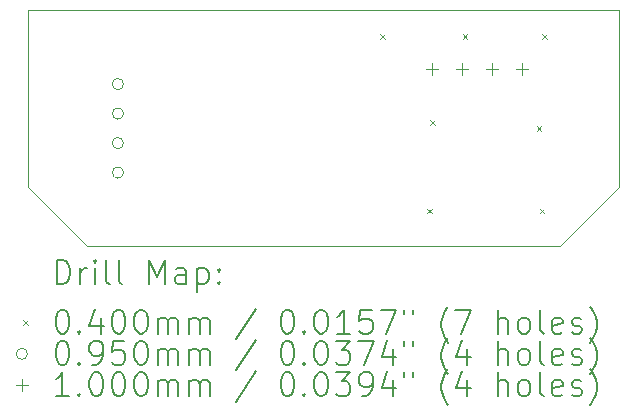
<source format=gbr>
%TF.GenerationSoftware,KiCad,Pcbnew,7.0.2*%
%TF.CreationDate,2023-06-05T15:14:47+09:00*%
%TF.ProjectId,sync,73796e63-2e6b-4696-9361-645f70636258,rev?*%
%TF.SameCoordinates,PX3473bc0PY4c4b400*%
%TF.FileFunction,Drillmap*%
%TF.FilePolarity,Positive*%
%FSLAX45Y45*%
G04 Gerber Fmt 4.5, Leading zero omitted, Abs format (unit mm)*
G04 Created by KiCad (PCBNEW 7.0.2) date 2023-06-05 15:14:47*
%MOMM*%
%LPD*%
G01*
G04 APERTURE LIST*
%ADD10C,0.100000*%
%ADD11C,0.200000*%
%ADD12C,0.040000*%
%ADD13C,0.095000*%
G04 APERTURE END LIST*
D10*
X5000000Y500000D02*
X4500000Y0D01*
X500000Y0D01*
X0Y500000D01*
X0Y2000000D01*
X5000000Y2000000D01*
X5000000Y500000D01*
D11*
D12*
X2980000Y1795000D02*
X3020000Y1755000D01*
X3020000Y1795000D02*
X2980000Y1755000D01*
X3380000Y320000D02*
X3420000Y280000D01*
X3420000Y320000D02*
X3380000Y280000D01*
X3405000Y1070000D02*
X3445000Y1030000D01*
X3445000Y1070000D02*
X3405000Y1030000D01*
X3680000Y1795000D02*
X3720000Y1755000D01*
X3720000Y1795000D02*
X3680000Y1755000D01*
X4305000Y1020000D02*
X4345000Y980000D01*
X4345000Y1020000D02*
X4305000Y980000D01*
X4330000Y320000D02*
X4370000Y280000D01*
X4370000Y320000D02*
X4330000Y280000D01*
X4355000Y1795000D02*
X4395000Y1755000D01*
X4395000Y1795000D02*
X4355000Y1755000D01*
D13*
X807500Y1375000D02*
G75*
G03*
X807500Y1375000I-47500J0D01*
G01*
X807500Y1125000D02*
G75*
G03*
X807500Y1125000I-47500J0D01*
G01*
X807500Y875000D02*
G75*
G03*
X807500Y875000I-47500J0D01*
G01*
X807500Y625000D02*
G75*
G03*
X807500Y625000I-47500J0D01*
G01*
D10*
X3418000Y1550000D02*
X3418000Y1450000D01*
X3368000Y1500000D02*
X3468000Y1500000D01*
X3672000Y1550000D02*
X3672000Y1450000D01*
X3622000Y1500000D02*
X3722000Y1500000D01*
X3926000Y1550000D02*
X3926000Y1450000D01*
X3876000Y1500000D02*
X3976000Y1500000D01*
X4180000Y1550000D02*
X4180000Y1450000D01*
X4130000Y1500000D02*
X4230000Y1500000D01*
D11*
X242619Y-317524D02*
X242619Y-117524D01*
X242619Y-117524D02*
X290238Y-117524D01*
X290238Y-117524D02*
X318810Y-127048D01*
X318810Y-127048D02*
X337857Y-146095D01*
X337857Y-146095D02*
X347381Y-165143D01*
X347381Y-165143D02*
X356905Y-203238D01*
X356905Y-203238D02*
X356905Y-231809D01*
X356905Y-231809D02*
X347381Y-269905D01*
X347381Y-269905D02*
X337857Y-288952D01*
X337857Y-288952D02*
X318810Y-308000D01*
X318810Y-308000D02*
X290238Y-317524D01*
X290238Y-317524D02*
X242619Y-317524D01*
X442619Y-317524D02*
X442619Y-184190D01*
X442619Y-222286D02*
X452143Y-203238D01*
X452143Y-203238D02*
X461667Y-193714D01*
X461667Y-193714D02*
X480714Y-184190D01*
X480714Y-184190D02*
X499762Y-184190D01*
X566429Y-317524D02*
X566429Y-184190D01*
X566429Y-117524D02*
X556905Y-127048D01*
X556905Y-127048D02*
X566429Y-136571D01*
X566429Y-136571D02*
X575952Y-127048D01*
X575952Y-127048D02*
X566429Y-117524D01*
X566429Y-117524D02*
X566429Y-136571D01*
X690238Y-317524D02*
X671190Y-308000D01*
X671190Y-308000D02*
X661667Y-288952D01*
X661667Y-288952D02*
X661667Y-117524D01*
X795000Y-317524D02*
X775952Y-308000D01*
X775952Y-308000D02*
X766428Y-288952D01*
X766428Y-288952D02*
X766428Y-117524D01*
X1023571Y-317524D02*
X1023571Y-117524D01*
X1023571Y-117524D02*
X1090238Y-260381D01*
X1090238Y-260381D02*
X1156905Y-117524D01*
X1156905Y-117524D02*
X1156905Y-317524D01*
X1337857Y-317524D02*
X1337857Y-212762D01*
X1337857Y-212762D02*
X1328333Y-193714D01*
X1328333Y-193714D02*
X1309286Y-184190D01*
X1309286Y-184190D02*
X1271190Y-184190D01*
X1271190Y-184190D02*
X1252143Y-193714D01*
X1337857Y-308000D02*
X1318810Y-317524D01*
X1318810Y-317524D02*
X1271190Y-317524D01*
X1271190Y-317524D02*
X1252143Y-308000D01*
X1252143Y-308000D02*
X1242619Y-288952D01*
X1242619Y-288952D02*
X1242619Y-269905D01*
X1242619Y-269905D02*
X1252143Y-250857D01*
X1252143Y-250857D02*
X1271190Y-241333D01*
X1271190Y-241333D02*
X1318810Y-241333D01*
X1318810Y-241333D02*
X1337857Y-231809D01*
X1433095Y-184190D02*
X1433095Y-384190D01*
X1433095Y-193714D02*
X1452143Y-184190D01*
X1452143Y-184190D02*
X1490238Y-184190D01*
X1490238Y-184190D02*
X1509286Y-193714D01*
X1509286Y-193714D02*
X1518809Y-203238D01*
X1518809Y-203238D02*
X1528333Y-222286D01*
X1528333Y-222286D02*
X1528333Y-279429D01*
X1528333Y-279429D02*
X1518809Y-298476D01*
X1518809Y-298476D02*
X1509286Y-308000D01*
X1509286Y-308000D02*
X1490238Y-317524D01*
X1490238Y-317524D02*
X1452143Y-317524D01*
X1452143Y-317524D02*
X1433095Y-308000D01*
X1614048Y-298476D02*
X1623571Y-308000D01*
X1623571Y-308000D02*
X1614048Y-317524D01*
X1614048Y-317524D02*
X1604524Y-308000D01*
X1604524Y-308000D02*
X1614048Y-298476D01*
X1614048Y-298476D02*
X1614048Y-317524D01*
X1614048Y-193714D02*
X1623571Y-203238D01*
X1623571Y-203238D02*
X1614048Y-212762D01*
X1614048Y-212762D02*
X1604524Y-203238D01*
X1604524Y-203238D02*
X1614048Y-193714D01*
X1614048Y-193714D02*
X1614048Y-212762D01*
D12*
X-45000Y-625000D02*
X-5000Y-665000D01*
X-5000Y-625000D02*
X-45000Y-665000D01*
D11*
X280714Y-537524D02*
X299762Y-537524D01*
X299762Y-537524D02*
X318810Y-547048D01*
X318810Y-547048D02*
X328333Y-556571D01*
X328333Y-556571D02*
X337857Y-575619D01*
X337857Y-575619D02*
X347381Y-613714D01*
X347381Y-613714D02*
X347381Y-661333D01*
X347381Y-661333D02*
X337857Y-699428D01*
X337857Y-699428D02*
X328333Y-718476D01*
X328333Y-718476D02*
X318810Y-728000D01*
X318810Y-728000D02*
X299762Y-737524D01*
X299762Y-737524D02*
X280714Y-737524D01*
X280714Y-737524D02*
X261667Y-728000D01*
X261667Y-728000D02*
X252143Y-718476D01*
X252143Y-718476D02*
X242619Y-699428D01*
X242619Y-699428D02*
X233095Y-661333D01*
X233095Y-661333D02*
X233095Y-613714D01*
X233095Y-613714D02*
X242619Y-575619D01*
X242619Y-575619D02*
X252143Y-556571D01*
X252143Y-556571D02*
X261667Y-547048D01*
X261667Y-547048D02*
X280714Y-537524D01*
X433095Y-718476D02*
X442619Y-728000D01*
X442619Y-728000D02*
X433095Y-737524D01*
X433095Y-737524D02*
X423571Y-728000D01*
X423571Y-728000D02*
X433095Y-718476D01*
X433095Y-718476D02*
X433095Y-737524D01*
X614048Y-604190D02*
X614048Y-737524D01*
X566429Y-528000D02*
X518809Y-670857D01*
X518809Y-670857D02*
X642619Y-670857D01*
X756905Y-537524D02*
X775952Y-537524D01*
X775952Y-537524D02*
X795000Y-547048D01*
X795000Y-547048D02*
X804524Y-556571D01*
X804524Y-556571D02*
X814048Y-575619D01*
X814048Y-575619D02*
X823571Y-613714D01*
X823571Y-613714D02*
X823571Y-661333D01*
X823571Y-661333D02*
X814048Y-699428D01*
X814048Y-699428D02*
X804524Y-718476D01*
X804524Y-718476D02*
X795000Y-728000D01*
X795000Y-728000D02*
X775952Y-737524D01*
X775952Y-737524D02*
X756905Y-737524D01*
X756905Y-737524D02*
X737857Y-728000D01*
X737857Y-728000D02*
X728333Y-718476D01*
X728333Y-718476D02*
X718809Y-699428D01*
X718809Y-699428D02*
X709286Y-661333D01*
X709286Y-661333D02*
X709286Y-613714D01*
X709286Y-613714D02*
X718809Y-575619D01*
X718809Y-575619D02*
X728333Y-556571D01*
X728333Y-556571D02*
X737857Y-547048D01*
X737857Y-547048D02*
X756905Y-537524D01*
X947381Y-537524D02*
X966429Y-537524D01*
X966429Y-537524D02*
X985476Y-547048D01*
X985476Y-547048D02*
X995000Y-556571D01*
X995000Y-556571D02*
X1004524Y-575619D01*
X1004524Y-575619D02*
X1014048Y-613714D01*
X1014048Y-613714D02*
X1014048Y-661333D01*
X1014048Y-661333D02*
X1004524Y-699428D01*
X1004524Y-699428D02*
X995000Y-718476D01*
X995000Y-718476D02*
X985476Y-728000D01*
X985476Y-728000D02*
X966429Y-737524D01*
X966429Y-737524D02*
X947381Y-737524D01*
X947381Y-737524D02*
X928333Y-728000D01*
X928333Y-728000D02*
X918809Y-718476D01*
X918809Y-718476D02*
X909286Y-699428D01*
X909286Y-699428D02*
X899762Y-661333D01*
X899762Y-661333D02*
X899762Y-613714D01*
X899762Y-613714D02*
X909286Y-575619D01*
X909286Y-575619D02*
X918809Y-556571D01*
X918809Y-556571D02*
X928333Y-547048D01*
X928333Y-547048D02*
X947381Y-537524D01*
X1099762Y-737524D02*
X1099762Y-604190D01*
X1099762Y-623238D02*
X1109286Y-613714D01*
X1109286Y-613714D02*
X1128333Y-604190D01*
X1128333Y-604190D02*
X1156905Y-604190D01*
X1156905Y-604190D02*
X1175952Y-613714D01*
X1175952Y-613714D02*
X1185476Y-632762D01*
X1185476Y-632762D02*
X1185476Y-737524D01*
X1185476Y-632762D02*
X1195000Y-613714D01*
X1195000Y-613714D02*
X1214048Y-604190D01*
X1214048Y-604190D02*
X1242619Y-604190D01*
X1242619Y-604190D02*
X1261667Y-613714D01*
X1261667Y-613714D02*
X1271191Y-632762D01*
X1271191Y-632762D02*
X1271191Y-737524D01*
X1366429Y-737524D02*
X1366429Y-604190D01*
X1366429Y-623238D02*
X1375952Y-613714D01*
X1375952Y-613714D02*
X1395000Y-604190D01*
X1395000Y-604190D02*
X1423571Y-604190D01*
X1423571Y-604190D02*
X1442619Y-613714D01*
X1442619Y-613714D02*
X1452143Y-632762D01*
X1452143Y-632762D02*
X1452143Y-737524D01*
X1452143Y-632762D02*
X1461667Y-613714D01*
X1461667Y-613714D02*
X1480714Y-604190D01*
X1480714Y-604190D02*
X1509286Y-604190D01*
X1509286Y-604190D02*
X1528333Y-613714D01*
X1528333Y-613714D02*
X1537857Y-632762D01*
X1537857Y-632762D02*
X1537857Y-737524D01*
X1928333Y-528000D02*
X1756905Y-785143D01*
X2185476Y-537524D02*
X2204524Y-537524D01*
X2204524Y-537524D02*
X2223572Y-547048D01*
X2223572Y-547048D02*
X2233095Y-556571D01*
X2233095Y-556571D02*
X2242619Y-575619D01*
X2242619Y-575619D02*
X2252143Y-613714D01*
X2252143Y-613714D02*
X2252143Y-661333D01*
X2252143Y-661333D02*
X2242619Y-699428D01*
X2242619Y-699428D02*
X2233095Y-718476D01*
X2233095Y-718476D02*
X2223572Y-728000D01*
X2223572Y-728000D02*
X2204524Y-737524D01*
X2204524Y-737524D02*
X2185476Y-737524D01*
X2185476Y-737524D02*
X2166429Y-728000D01*
X2166429Y-728000D02*
X2156905Y-718476D01*
X2156905Y-718476D02*
X2147381Y-699428D01*
X2147381Y-699428D02*
X2137857Y-661333D01*
X2137857Y-661333D02*
X2137857Y-613714D01*
X2137857Y-613714D02*
X2147381Y-575619D01*
X2147381Y-575619D02*
X2156905Y-556571D01*
X2156905Y-556571D02*
X2166429Y-547048D01*
X2166429Y-547048D02*
X2185476Y-537524D01*
X2337857Y-718476D02*
X2347381Y-728000D01*
X2347381Y-728000D02*
X2337857Y-737524D01*
X2337857Y-737524D02*
X2328334Y-728000D01*
X2328334Y-728000D02*
X2337857Y-718476D01*
X2337857Y-718476D02*
X2337857Y-737524D01*
X2471191Y-537524D02*
X2490238Y-537524D01*
X2490238Y-537524D02*
X2509286Y-547048D01*
X2509286Y-547048D02*
X2518810Y-556571D01*
X2518810Y-556571D02*
X2528334Y-575619D01*
X2528334Y-575619D02*
X2537857Y-613714D01*
X2537857Y-613714D02*
X2537857Y-661333D01*
X2537857Y-661333D02*
X2528334Y-699428D01*
X2528334Y-699428D02*
X2518810Y-718476D01*
X2518810Y-718476D02*
X2509286Y-728000D01*
X2509286Y-728000D02*
X2490238Y-737524D01*
X2490238Y-737524D02*
X2471191Y-737524D01*
X2471191Y-737524D02*
X2452143Y-728000D01*
X2452143Y-728000D02*
X2442619Y-718476D01*
X2442619Y-718476D02*
X2433095Y-699428D01*
X2433095Y-699428D02*
X2423572Y-661333D01*
X2423572Y-661333D02*
X2423572Y-613714D01*
X2423572Y-613714D02*
X2433095Y-575619D01*
X2433095Y-575619D02*
X2442619Y-556571D01*
X2442619Y-556571D02*
X2452143Y-547048D01*
X2452143Y-547048D02*
X2471191Y-537524D01*
X2728334Y-737524D02*
X2614048Y-737524D01*
X2671191Y-737524D02*
X2671191Y-537524D01*
X2671191Y-537524D02*
X2652143Y-566095D01*
X2652143Y-566095D02*
X2633095Y-585143D01*
X2633095Y-585143D02*
X2614048Y-594667D01*
X2909286Y-537524D02*
X2814048Y-537524D01*
X2814048Y-537524D02*
X2804524Y-632762D01*
X2804524Y-632762D02*
X2814048Y-623238D01*
X2814048Y-623238D02*
X2833095Y-613714D01*
X2833095Y-613714D02*
X2880714Y-613714D01*
X2880714Y-613714D02*
X2899762Y-623238D01*
X2899762Y-623238D02*
X2909286Y-632762D01*
X2909286Y-632762D02*
X2918810Y-651810D01*
X2918810Y-651810D02*
X2918810Y-699428D01*
X2918810Y-699428D02*
X2909286Y-718476D01*
X2909286Y-718476D02*
X2899762Y-728000D01*
X2899762Y-728000D02*
X2880714Y-737524D01*
X2880714Y-737524D02*
X2833095Y-737524D01*
X2833095Y-737524D02*
X2814048Y-728000D01*
X2814048Y-728000D02*
X2804524Y-718476D01*
X2985476Y-537524D02*
X3118810Y-537524D01*
X3118810Y-537524D02*
X3033095Y-737524D01*
X3185476Y-537524D02*
X3185476Y-575619D01*
X3261667Y-537524D02*
X3261667Y-575619D01*
X3556905Y-813714D02*
X3547381Y-804190D01*
X3547381Y-804190D02*
X3528334Y-775619D01*
X3528334Y-775619D02*
X3518810Y-756571D01*
X3518810Y-756571D02*
X3509286Y-728000D01*
X3509286Y-728000D02*
X3499762Y-680381D01*
X3499762Y-680381D02*
X3499762Y-642286D01*
X3499762Y-642286D02*
X3509286Y-594667D01*
X3509286Y-594667D02*
X3518810Y-566095D01*
X3518810Y-566095D02*
X3528334Y-547048D01*
X3528334Y-547048D02*
X3547381Y-518476D01*
X3547381Y-518476D02*
X3556905Y-508952D01*
X3614048Y-537524D02*
X3747381Y-537524D01*
X3747381Y-537524D02*
X3661667Y-737524D01*
X3975953Y-737524D02*
X3975953Y-537524D01*
X4061667Y-737524D02*
X4061667Y-632762D01*
X4061667Y-632762D02*
X4052143Y-613714D01*
X4052143Y-613714D02*
X4033096Y-604190D01*
X4033096Y-604190D02*
X4004524Y-604190D01*
X4004524Y-604190D02*
X3985476Y-613714D01*
X3985476Y-613714D02*
X3975953Y-623238D01*
X4185476Y-737524D02*
X4166429Y-728000D01*
X4166429Y-728000D02*
X4156905Y-718476D01*
X4156905Y-718476D02*
X4147381Y-699428D01*
X4147381Y-699428D02*
X4147381Y-642286D01*
X4147381Y-642286D02*
X4156905Y-623238D01*
X4156905Y-623238D02*
X4166429Y-613714D01*
X4166429Y-613714D02*
X4185476Y-604190D01*
X4185476Y-604190D02*
X4214048Y-604190D01*
X4214048Y-604190D02*
X4233096Y-613714D01*
X4233096Y-613714D02*
X4242619Y-623238D01*
X4242619Y-623238D02*
X4252143Y-642286D01*
X4252143Y-642286D02*
X4252143Y-699428D01*
X4252143Y-699428D02*
X4242619Y-718476D01*
X4242619Y-718476D02*
X4233096Y-728000D01*
X4233096Y-728000D02*
X4214048Y-737524D01*
X4214048Y-737524D02*
X4185476Y-737524D01*
X4366429Y-737524D02*
X4347381Y-728000D01*
X4347381Y-728000D02*
X4337858Y-708952D01*
X4337858Y-708952D02*
X4337858Y-537524D01*
X4518810Y-728000D02*
X4499762Y-737524D01*
X4499762Y-737524D02*
X4461667Y-737524D01*
X4461667Y-737524D02*
X4442619Y-728000D01*
X4442619Y-728000D02*
X4433096Y-708952D01*
X4433096Y-708952D02*
X4433096Y-632762D01*
X4433096Y-632762D02*
X4442619Y-613714D01*
X4442619Y-613714D02*
X4461667Y-604190D01*
X4461667Y-604190D02*
X4499762Y-604190D01*
X4499762Y-604190D02*
X4518810Y-613714D01*
X4518810Y-613714D02*
X4528334Y-632762D01*
X4528334Y-632762D02*
X4528334Y-651810D01*
X4528334Y-651810D02*
X4433096Y-670857D01*
X4604524Y-728000D02*
X4623572Y-737524D01*
X4623572Y-737524D02*
X4661667Y-737524D01*
X4661667Y-737524D02*
X4680715Y-728000D01*
X4680715Y-728000D02*
X4690239Y-708952D01*
X4690239Y-708952D02*
X4690239Y-699428D01*
X4690239Y-699428D02*
X4680715Y-680381D01*
X4680715Y-680381D02*
X4661667Y-670857D01*
X4661667Y-670857D02*
X4633096Y-670857D01*
X4633096Y-670857D02*
X4614048Y-661333D01*
X4614048Y-661333D02*
X4604524Y-642286D01*
X4604524Y-642286D02*
X4604524Y-632762D01*
X4604524Y-632762D02*
X4614048Y-613714D01*
X4614048Y-613714D02*
X4633096Y-604190D01*
X4633096Y-604190D02*
X4661667Y-604190D01*
X4661667Y-604190D02*
X4680715Y-613714D01*
X4756905Y-813714D02*
X4766429Y-804190D01*
X4766429Y-804190D02*
X4785477Y-775619D01*
X4785477Y-775619D02*
X4795000Y-756571D01*
X4795000Y-756571D02*
X4804524Y-728000D01*
X4804524Y-728000D02*
X4814048Y-680381D01*
X4814048Y-680381D02*
X4814048Y-642286D01*
X4814048Y-642286D02*
X4804524Y-594667D01*
X4804524Y-594667D02*
X4795000Y-566095D01*
X4795000Y-566095D02*
X4785477Y-547048D01*
X4785477Y-547048D02*
X4766429Y-518476D01*
X4766429Y-518476D02*
X4756905Y-508952D01*
D13*
X-5000Y-909000D02*
G75*
G03*
X-5000Y-909000I-47500J0D01*
G01*
D11*
X280714Y-801524D02*
X299762Y-801524D01*
X299762Y-801524D02*
X318810Y-811048D01*
X318810Y-811048D02*
X328333Y-820571D01*
X328333Y-820571D02*
X337857Y-839619D01*
X337857Y-839619D02*
X347381Y-877714D01*
X347381Y-877714D02*
X347381Y-925333D01*
X347381Y-925333D02*
X337857Y-963428D01*
X337857Y-963428D02*
X328333Y-982476D01*
X328333Y-982476D02*
X318810Y-992000D01*
X318810Y-992000D02*
X299762Y-1001524D01*
X299762Y-1001524D02*
X280714Y-1001524D01*
X280714Y-1001524D02*
X261667Y-992000D01*
X261667Y-992000D02*
X252143Y-982476D01*
X252143Y-982476D02*
X242619Y-963428D01*
X242619Y-963428D02*
X233095Y-925333D01*
X233095Y-925333D02*
X233095Y-877714D01*
X233095Y-877714D02*
X242619Y-839619D01*
X242619Y-839619D02*
X252143Y-820571D01*
X252143Y-820571D02*
X261667Y-811048D01*
X261667Y-811048D02*
X280714Y-801524D01*
X433095Y-982476D02*
X442619Y-992000D01*
X442619Y-992000D02*
X433095Y-1001524D01*
X433095Y-1001524D02*
X423571Y-992000D01*
X423571Y-992000D02*
X433095Y-982476D01*
X433095Y-982476D02*
X433095Y-1001524D01*
X537857Y-1001524D02*
X575952Y-1001524D01*
X575952Y-1001524D02*
X595000Y-992000D01*
X595000Y-992000D02*
X604524Y-982476D01*
X604524Y-982476D02*
X623571Y-953905D01*
X623571Y-953905D02*
X633095Y-915809D01*
X633095Y-915809D02*
X633095Y-839619D01*
X633095Y-839619D02*
X623571Y-820571D01*
X623571Y-820571D02*
X614048Y-811048D01*
X614048Y-811048D02*
X595000Y-801524D01*
X595000Y-801524D02*
X556905Y-801524D01*
X556905Y-801524D02*
X537857Y-811048D01*
X537857Y-811048D02*
X528333Y-820571D01*
X528333Y-820571D02*
X518809Y-839619D01*
X518809Y-839619D02*
X518809Y-887238D01*
X518809Y-887238D02*
X528333Y-906286D01*
X528333Y-906286D02*
X537857Y-915809D01*
X537857Y-915809D02*
X556905Y-925333D01*
X556905Y-925333D02*
X595000Y-925333D01*
X595000Y-925333D02*
X614048Y-915809D01*
X614048Y-915809D02*
X623571Y-906286D01*
X623571Y-906286D02*
X633095Y-887238D01*
X814048Y-801524D02*
X718809Y-801524D01*
X718809Y-801524D02*
X709286Y-896762D01*
X709286Y-896762D02*
X718809Y-887238D01*
X718809Y-887238D02*
X737857Y-877714D01*
X737857Y-877714D02*
X785476Y-877714D01*
X785476Y-877714D02*
X804524Y-887238D01*
X804524Y-887238D02*
X814048Y-896762D01*
X814048Y-896762D02*
X823571Y-915809D01*
X823571Y-915809D02*
X823571Y-963428D01*
X823571Y-963428D02*
X814048Y-982476D01*
X814048Y-982476D02*
X804524Y-992000D01*
X804524Y-992000D02*
X785476Y-1001524D01*
X785476Y-1001524D02*
X737857Y-1001524D01*
X737857Y-1001524D02*
X718809Y-992000D01*
X718809Y-992000D02*
X709286Y-982476D01*
X947381Y-801524D02*
X966429Y-801524D01*
X966429Y-801524D02*
X985476Y-811048D01*
X985476Y-811048D02*
X995000Y-820571D01*
X995000Y-820571D02*
X1004524Y-839619D01*
X1004524Y-839619D02*
X1014048Y-877714D01*
X1014048Y-877714D02*
X1014048Y-925333D01*
X1014048Y-925333D02*
X1004524Y-963428D01*
X1004524Y-963428D02*
X995000Y-982476D01*
X995000Y-982476D02*
X985476Y-992000D01*
X985476Y-992000D02*
X966429Y-1001524D01*
X966429Y-1001524D02*
X947381Y-1001524D01*
X947381Y-1001524D02*
X928333Y-992000D01*
X928333Y-992000D02*
X918809Y-982476D01*
X918809Y-982476D02*
X909286Y-963428D01*
X909286Y-963428D02*
X899762Y-925333D01*
X899762Y-925333D02*
X899762Y-877714D01*
X899762Y-877714D02*
X909286Y-839619D01*
X909286Y-839619D02*
X918809Y-820571D01*
X918809Y-820571D02*
X928333Y-811048D01*
X928333Y-811048D02*
X947381Y-801524D01*
X1099762Y-1001524D02*
X1099762Y-868190D01*
X1099762Y-887238D02*
X1109286Y-877714D01*
X1109286Y-877714D02*
X1128333Y-868190D01*
X1128333Y-868190D02*
X1156905Y-868190D01*
X1156905Y-868190D02*
X1175952Y-877714D01*
X1175952Y-877714D02*
X1185476Y-896762D01*
X1185476Y-896762D02*
X1185476Y-1001524D01*
X1185476Y-896762D02*
X1195000Y-877714D01*
X1195000Y-877714D02*
X1214048Y-868190D01*
X1214048Y-868190D02*
X1242619Y-868190D01*
X1242619Y-868190D02*
X1261667Y-877714D01*
X1261667Y-877714D02*
X1271191Y-896762D01*
X1271191Y-896762D02*
X1271191Y-1001524D01*
X1366429Y-1001524D02*
X1366429Y-868190D01*
X1366429Y-887238D02*
X1375952Y-877714D01*
X1375952Y-877714D02*
X1395000Y-868190D01*
X1395000Y-868190D02*
X1423571Y-868190D01*
X1423571Y-868190D02*
X1442619Y-877714D01*
X1442619Y-877714D02*
X1452143Y-896762D01*
X1452143Y-896762D02*
X1452143Y-1001524D01*
X1452143Y-896762D02*
X1461667Y-877714D01*
X1461667Y-877714D02*
X1480714Y-868190D01*
X1480714Y-868190D02*
X1509286Y-868190D01*
X1509286Y-868190D02*
X1528333Y-877714D01*
X1528333Y-877714D02*
X1537857Y-896762D01*
X1537857Y-896762D02*
X1537857Y-1001524D01*
X1928333Y-792000D02*
X1756905Y-1049143D01*
X2185476Y-801524D02*
X2204524Y-801524D01*
X2204524Y-801524D02*
X2223572Y-811048D01*
X2223572Y-811048D02*
X2233095Y-820571D01*
X2233095Y-820571D02*
X2242619Y-839619D01*
X2242619Y-839619D02*
X2252143Y-877714D01*
X2252143Y-877714D02*
X2252143Y-925333D01*
X2252143Y-925333D02*
X2242619Y-963428D01*
X2242619Y-963428D02*
X2233095Y-982476D01*
X2233095Y-982476D02*
X2223572Y-992000D01*
X2223572Y-992000D02*
X2204524Y-1001524D01*
X2204524Y-1001524D02*
X2185476Y-1001524D01*
X2185476Y-1001524D02*
X2166429Y-992000D01*
X2166429Y-992000D02*
X2156905Y-982476D01*
X2156905Y-982476D02*
X2147381Y-963428D01*
X2147381Y-963428D02*
X2137857Y-925333D01*
X2137857Y-925333D02*
X2137857Y-877714D01*
X2137857Y-877714D02*
X2147381Y-839619D01*
X2147381Y-839619D02*
X2156905Y-820571D01*
X2156905Y-820571D02*
X2166429Y-811048D01*
X2166429Y-811048D02*
X2185476Y-801524D01*
X2337857Y-982476D02*
X2347381Y-992000D01*
X2347381Y-992000D02*
X2337857Y-1001524D01*
X2337857Y-1001524D02*
X2328334Y-992000D01*
X2328334Y-992000D02*
X2337857Y-982476D01*
X2337857Y-982476D02*
X2337857Y-1001524D01*
X2471191Y-801524D02*
X2490238Y-801524D01*
X2490238Y-801524D02*
X2509286Y-811048D01*
X2509286Y-811048D02*
X2518810Y-820571D01*
X2518810Y-820571D02*
X2528334Y-839619D01*
X2528334Y-839619D02*
X2537857Y-877714D01*
X2537857Y-877714D02*
X2537857Y-925333D01*
X2537857Y-925333D02*
X2528334Y-963428D01*
X2528334Y-963428D02*
X2518810Y-982476D01*
X2518810Y-982476D02*
X2509286Y-992000D01*
X2509286Y-992000D02*
X2490238Y-1001524D01*
X2490238Y-1001524D02*
X2471191Y-1001524D01*
X2471191Y-1001524D02*
X2452143Y-992000D01*
X2452143Y-992000D02*
X2442619Y-982476D01*
X2442619Y-982476D02*
X2433095Y-963428D01*
X2433095Y-963428D02*
X2423572Y-925333D01*
X2423572Y-925333D02*
X2423572Y-877714D01*
X2423572Y-877714D02*
X2433095Y-839619D01*
X2433095Y-839619D02*
X2442619Y-820571D01*
X2442619Y-820571D02*
X2452143Y-811048D01*
X2452143Y-811048D02*
X2471191Y-801524D01*
X2604524Y-801524D02*
X2728334Y-801524D01*
X2728334Y-801524D02*
X2661667Y-877714D01*
X2661667Y-877714D02*
X2690238Y-877714D01*
X2690238Y-877714D02*
X2709286Y-887238D01*
X2709286Y-887238D02*
X2718810Y-896762D01*
X2718810Y-896762D02*
X2728334Y-915809D01*
X2728334Y-915809D02*
X2728334Y-963428D01*
X2728334Y-963428D02*
X2718810Y-982476D01*
X2718810Y-982476D02*
X2709286Y-992000D01*
X2709286Y-992000D02*
X2690238Y-1001524D01*
X2690238Y-1001524D02*
X2633095Y-1001524D01*
X2633095Y-1001524D02*
X2614048Y-992000D01*
X2614048Y-992000D02*
X2604524Y-982476D01*
X2795000Y-801524D02*
X2928333Y-801524D01*
X2928333Y-801524D02*
X2842619Y-1001524D01*
X3090238Y-868190D02*
X3090238Y-1001524D01*
X3042619Y-792000D02*
X2995000Y-934857D01*
X2995000Y-934857D02*
X3118810Y-934857D01*
X3185476Y-801524D02*
X3185476Y-839619D01*
X3261667Y-801524D02*
X3261667Y-839619D01*
X3556905Y-1077714D02*
X3547381Y-1068190D01*
X3547381Y-1068190D02*
X3528334Y-1039619D01*
X3528334Y-1039619D02*
X3518810Y-1020571D01*
X3518810Y-1020571D02*
X3509286Y-992000D01*
X3509286Y-992000D02*
X3499762Y-944381D01*
X3499762Y-944381D02*
X3499762Y-906286D01*
X3499762Y-906286D02*
X3509286Y-858667D01*
X3509286Y-858667D02*
X3518810Y-830095D01*
X3518810Y-830095D02*
X3528334Y-811048D01*
X3528334Y-811048D02*
X3547381Y-782476D01*
X3547381Y-782476D02*
X3556905Y-772952D01*
X3718810Y-868190D02*
X3718810Y-1001524D01*
X3671191Y-792000D02*
X3623572Y-934857D01*
X3623572Y-934857D02*
X3747381Y-934857D01*
X3975953Y-1001524D02*
X3975953Y-801524D01*
X4061667Y-1001524D02*
X4061667Y-896762D01*
X4061667Y-896762D02*
X4052143Y-877714D01*
X4052143Y-877714D02*
X4033096Y-868190D01*
X4033096Y-868190D02*
X4004524Y-868190D01*
X4004524Y-868190D02*
X3985476Y-877714D01*
X3985476Y-877714D02*
X3975953Y-887238D01*
X4185476Y-1001524D02*
X4166429Y-992000D01*
X4166429Y-992000D02*
X4156905Y-982476D01*
X4156905Y-982476D02*
X4147381Y-963428D01*
X4147381Y-963428D02*
X4147381Y-906286D01*
X4147381Y-906286D02*
X4156905Y-887238D01*
X4156905Y-887238D02*
X4166429Y-877714D01*
X4166429Y-877714D02*
X4185476Y-868190D01*
X4185476Y-868190D02*
X4214048Y-868190D01*
X4214048Y-868190D02*
X4233096Y-877714D01*
X4233096Y-877714D02*
X4242619Y-887238D01*
X4242619Y-887238D02*
X4252143Y-906286D01*
X4252143Y-906286D02*
X4252143Y-963428D01*
X4252143Y-963428D02*
X4242619Y-982476D01*
X4242619Y-982476D02*
X4233096Y-992000D01*
X4233096Y-992000D02*
X4214048Y-1001524D01*
X4214048Y-1001524D02*
X4185476Y-1001524D01*
X4366429Y-1001524D02*
X4347381Y-992000D01*
X4347381Y-992000D02*
X4337858Y-972952D01*
X4337858Y-972952D02*
X4337858Y-801524D01*
X4518810Y-992000D02*
X4499762Y-1001524D01*
X4499762Y-1001524D02*
X4461667Y-1001524D01*
X4461667Y-1001524D02*
X4442619Y-992000D01*
X4442619Y-992000D02*
X4433096Y-972952D01*
X4433096Y-972952D02*
X4433096Y-896762D01*
X4433096Y-896762D02*
X4442619Y-877714D01*
X4442619Y-877714D02*
X4461667Y-868190D01*
X4461667Y-868190D02*
X4499762Y-868190D01*
X4499762Y-868190D02*
X4518810Y-877714D01*
X4518810Y-877714D02*
X4528334Y-896762D01*
X4528334Y-896762D02*
X4528334Y-915809D01*
X4528334Y-915809D02*
X4433096Y-934857D01*
X4604524Y-992000D02*
X4623572Y-1001524D01*
X4623572Y-1001524D02*
X4661667Y-1001524D01*
X4661667Y-1001524D02*
X4680715Y-992000D01*
X4680715Y-992000D02*
X4690239Y-972952D01*
X4690239Y-972952D02*
X4690239Y-963428D01*
X4690239Y-963428D02*
X4680715Y-944381D01*
X4680715Y-944381D02*
X4661667Y-934857D01*
X4661667Y-934857D02*
X4633096Y-934857D01*
X4633096Y-934857D02*
X4614048Y-925333D01*
X4614048Y-925333D02*
X4604524Y-906286D01*
X4604524Y-906286D02*
X4604524Y-896762D01*
X4604524Y-896762D02*
X4614048Y-877714D01*
X4614048Y-877714D02*
X4633096Y-868190D01*
X4633096Y-868190D02*
X4661667Y-868190D01*
X4661667Y-868190D02*
X4680715Y-877714D01*
X4756905Y-1077714D02*
X4766429Y-1068190D01*
X4766429Y-1068190D02*
X4785477Y-1039619D01*
X4785477Y-1039619D02*
X4795000Y-1020571D01*
X4795000Y-1020571D02*
X4804524Y-992000D01*
X4804524Y-992000D02*
X4814048Y-944381D01*
X4814048Y-944381D02*
X4814048Y-906286D01*
X4814048Y-906286D02*
X4804524Y-858667D01*
X4804524Y-858667D02*
X4795000Y-830095D01*
X4795000Y-830095D02*
X4785477Y-811048D01*
X4785477Y-811048D02*
X4766429Y-782476D01*
X4766429Y-782476D02*
X4756905Y-772952D01*
D10*
X-55000Y-1123000D02*
X-55000Y-1223000D01*
X-105000Y-1173000D02*
X-5000Y-1173000D01*
D11*
X347381Y-1265524D02*
X233095Y-1265524D01*
X290238Y-1265524D02*
X290238Y-1065524D01*
X290238Y-1065524D02*
X271190Y-1094095D01*
X271190Y-1094095D02*
X252143Y-1113143D01*
X252143Y-1113143D02*
X233095Y-1122667D01*
X433095Y-1246476D02*
X442619Y-1256000D01*
X442619Y-1256000D02*
X433095Y-1265524D01*
X433095Y-1265524D02*
X423571Y-1256000D01*
X423571Y-1256000D02*
X433095Y-1246476D01*
X433095Y-1246476D02*
X433095Y-1265524D01*
X566429Y-1065524D02*
X585476Y-1065524D01*
X585476Y-1065524D02*
X604524Y-1075048D01*
X604524Y-1075048D02*
X614048Y-1084571D01*
X614048Y-1084571D02*
X623571Y-1103619D01*
X623571Y-1103619D02*
X633095Y-1141714D01*
X633095Y-1141714D02*
X633095Y-1189333D01*
X633095Y-1189333D02*
X623571Y-1227429D01*
X623571Y-1227429D02*
X614048Y-1246476D01*
X614048Y-1246476D02*
X604524Y-1256000D01*
X604524Y-1256000D02*
X585476Y-1265524D01*
X585476Y-1265524D02*
X566429Y-1265524D01*
X566429Y-1265524D02*
X547381Y-1256000D01*
X547381Y-1256000D02*
X537857Y-1246476D01*
X537857Y-1246476D02*
X528333Y-1227429D01*
X528333Y-1227429D02*
X518809Y-1189333D01*
X518809Y-1189333D02*
X518809Y-1141714D01*
X518809Y-1141714D02*
X528333Y-1103619D01*
X528333Y-1103619D02*
X537857Y-1084571D01*
X537857Y-1084571D02*
X547381Y-1075048D01*
X547381Y-1075048D02*
X566429Y-1065524D01*
X756905Y-1065524D02*
X775952Y-1065524D01*
X775952Y-1065524D02*
X795000Y-1075048D01*
X795000Y-1075048D02*
X804524Y-1084571D01*
X804524Y-1084571D02*
X814048Y-1103619D01*
X814048Y-1103619D02*
X823571Y-1141714D01*
X823571Y-1141714D02*
X823571Y-1189333D01*
X823571Y-1189333D02*
X814048Y-1227429D01*
X814048Y-1227429D02*
X804524Y-1246476D01*
X804524Y-1246476D02*
X795000Y-1256000D01*
X795000Y-1256000D02*
X775952Y-1265524D01*
X775952Y-1265524D02*
X756905Y-1265524D01*
X756905Y-1265524D02*
X737857Y-1256000D01*
X737857Y-1256000D02*
X728333Y-1246476D01*
X728333Y-1246476D02*
X718809Y-1227429D01*
X718809Y-1227429D02*
X709286Y-1189333D01*
X709286Y-1189333D02*
X709286Y-1141714D01*
X709286Y-1141714D02*
X718809Y-1103619D01*
X718809Y-1103619D02*
X728333Y-1084571D01*
X728333Y-1084571D02*
X737857Y-1075048D01*
X737857Y-1075048D02*
X756905Y-1065524D01*
X947381Y-1065524D02*
X966429Y-1065524D01*
X966429Y-1065524D02*
X985476Y-1075048D01*
X985476Y-1075048D02*
X995000Y-1084571D01*
X995000Y-1084571D02*
X1004524Y-1103619D01*
X1004524Y-1103619D02*
X1014048Y-1141714D01*
X1014048Y-1141714D02*
X1014048Y-1189333D01*
X1014048Y-1189333D02*
X1004524Y-1227429D01*
X1004524Y-1227429D02*
X995000Y-1246476D01*
X995000Y-1246476D02*
X985476Y-1256000D01*
X985476Y-1256000D02*
X966429Y-1265524D01*
X966429Y-1265524D02*
X947381Y-1265524D01*
X947381Y-1265524D02*
X928333Y-1256000D01*
X928333Y-1256000D02*
X918809Y-1246476D01*
X918809Y-1246476D02*
X909286Y-1227429D01*
X909286Y-1227429D02*
X899762Y-1189333D01*
X899762Y-1189333D02*
X899762Y-1141714D01*
X899762Y-1141714D02*
X909286Y-1103619D01*
X909286Y-1103619D02*
X918809Y-1084571D01*
X918809Y-1084571D02*
X928333Y-1075048D01*
X928333Y-1075048D02*
X947381Y-1065524D01*
X1099762Y-1265524D02*
X1099762Y-1132190D01*
X1099762Y-1151238D02*
X1109286Y-1141714D01*
X1109286Y-1141714D02*
X1128333Y-1132190D01*
X1128333Y-1132190D02*
X1156905Y-1132190D01*
X1156905Y-1132190D02*
X1175952Y-1141714D01*
X1175952Y-1141714D02*
X1185476Y-1160762D01*
X1185476Y-1160762D02*
X1185476Y-1265524D01*
X1185476Y-1160762D02*
X1195000Y-1141714D01*
X1195000Y-1141714D02*
X1214048Y-1132190D01*
X1214048Y-1132190D02*
X1242619Y-1132190D01*
X1242619Y-1132190D02*
X1261667Y-1141714D01*
X1261667Y-1141714D02*
X1271191Y-1160762D01*
X1271191Y-1160762D02*
X1271191Y-1265524D01*
X1366429Y-1265524D02*
X1366429Y-1132190D01*
X1366429Y-1151238D02*
X1375952Y-1141714D01*
X1375952Y-1141714D02*
X1395000Y-1132190D01*
X1395000Y-1132190D02*
X1423571Y-1132190D01*
X1423571Y-1132190D02*
X1442619Y-1141714D01*
X1442619Y-1141714D02*
X1452143Y-1160762D01*
X1452143Y-1160762D02*
X1452143Y-1265524D01*
X1452143Y-1160762D02*
X1461667Y-1141714D01*
X1461667Y-1141714D02*
X1480714Y-1132190D01*
X1480714Y-1132190D02*
X1509286Y-1132190D01*
X1509286Y-1132190D02*
X1528333Y-1141714D01*
X1528333Y-1141714D02*
X1537857Y-1160762D01*
X1537857Y-1160762D02*
X1537857Y-1265524D01*
X1928333Y-1056000D02*
X1756905Y-1313143D01*
X2185476Y-1065524D02*
X2204524Y-1065524D01*
X2204524Y-1065524D02*
X2223572Y-1075048D01*
X2223572Y-1075048D02*
X2233095Y-1084571D01*
X2233095Y-1084571D02*
X2242619Y-1103619D01*
X2242619Y-1103619D02*
X2252143Y-1141714D01*
X2252143Y-1141714D02*
X2252143Y-1189333D01*
X2252143Y-1189333D02*
X2242619Y-1227429D01*
X2242619Y-1227429D02*
X2233095Y-1246476D01*
X2233095Y-1246476D02*
X2223572Y-1256000D01*
X2223572Y-1256000D02*
X2204524Y-1265524D01*
X2204524Y-1265524D02*
X2185476Y-1265524D01*
X2185476Y-1265524D02*
X2166429Y-1256000D01*
X2166429Y-1256000D02*
X2156905Y-1246476D01*
X2156905Y-1246476D02*
X2147381Y-1227429D01*
X2147381Y-1227429D02*
X2137857Y-1189333D01*
X2137857Y-1189333D02*
X2137857Y-1141714D01*
X2137857Y-1141714D02*
X2147381Y-1103619D01*
X2147381Y-1103619D02*
X2156905Y-1084571D01*
X2156905Y-1084571D02*
X2166429Y-1075048D01*
X2166429Y-1075048D02*
X2185476Y-1065524D01*
X2337857Y-1246476D02*
X2347381Y-1256000D01*
X2347381Y-1256000D02*
X2337857Y-1265524D01*
X2337857Y-1265524D02*
X2328334Y-1256000D01*
X2328334Y-1256000D02*
X2337857Y-1246476D01*
X2337857Y-1246476D02*
X2337857Y-1265524D01*
X2471191Y-1065524D02*
X2490238Y-1065524D01*
X2490238Y-1065524D02*
X2509286Y-1075048D01*
X2509286Y-1075048D02*
X2518810Y-1084571D01*
X2518810Y-1084571D02*
X2528334Y-1103619D01*
X2528334Y-1103619D02*
X2537857Y-1141714D01*
X2537857Y-1141714D02*
X2537857Y-1189333D01*
X2537857Y-1189333D02*
X2528334Y-1227429D01*
X2528334Y-1227429D02*
X2518810Y-1246476D01*
X2518810Y-1246476D02*
X2509286Y-1256000D01*
X2509286Y-1256000D02*
X2490238Y-1265524D01*
X2490238Y-1265524D02*
X2471191Y-1265524D01*
X2471191Y-1265524D02*
X2452143Y-1256000D01*
X2452143Y-1256000D02*
X2442619Y-1246476D01*
X2442619Y-1246476D02*
X2433095Y-1227429D01*
X2433095Y-1227429D02*
X2423572Y-1189333D01*
X2423572Y-1189333D02*
X2423572Y-1141714D01*
X2423572Y-1141714D02*
X2433095Y-1103619D01*
X2433095Y-1103619D02*
X2442619Y-1084571D01*
X2442619Y-1084571D02*
X2452143Y-1075048D01*
X2452143Y-1075048D02*
X2471191Y-1065524D01*
X2604524Y-1065524D02*
X2728334Y-1065524D01*
X2728334Y-1065524D02*
X2661667Y-1141714D01*
X2661667Y-1141714D02*
X2690238Y-1141714D01*
X2690238Y-1141714D02*
X2709286Y-1151238D01*
X2709286Y-1151238D02*
X2718810Y-1160762D01*
X2718810Y-1160762D02*
X2728334Y-1179810D01*
X2728334Y-1179810D02*
X2728334Y-1227429D01*
X2728334Y-1227429D02*
X2718810Y-1246476D01*
X2718810Y-1246476D02*
X2709286Y-1256000D01*
X2709286Y-1256000D02*
X2690238Y-1265524D01*
X2690238Y-1265524D02*
X2633095Y-1265524D01*
X2633095Y-1265524D02*
X2614048Y-1256000D01*
X2614048Y-1256000D02*
X2604524Y-1246476D01*
X2823572Y-1265524D02*
X2861667Y-1265524D01*
X2861667Y-1265524D02*
X2880714Y-1256000D01*
X2880714Y-1256000D02*
X2890238Y-1246476D01*
X2890238Y-1246476D02*
X2909286Y-1217905D01*
X2909286Y-1217905D02*
X2918810Y-1179810D01*
X2918810Y-1179810D02*
X2918810Y-1103619D01*
X2918810Y-1103619D02*
X2909286Y-1084571D01*
X2909286Y-1084571D02*
X2899762Y-1075048D01*
X2899762Y-1075048D02*
X2880714Y-1065524D01*
X2880714Y-1065524D02*
X2842619Y-1065524D01*
X2842619Y-1065524D02*
X2823572Y-1075048D01*
X2823572Y-1075048D02*
X2814048Y-1084571D01*
X2814048Y-1084571D02*
X2804524Y-1103619D01*
X2804524Y-1103619D02*
X2804524Y-1151238D01*
X2804524Y-1151238D02*
X2814048Y-1170286D01*
X2814048Y-1170286D02*
X2823572Y-1179810D01*
X2823572Y-1179810D02*
X2842619Y-1189333D01*
X2842619Y-1189333D02*
X2880714Y-1189333D01*
X2880714Y-1189333D02*
X2899762Y-1179810D01*
X2899762Y-1179810D02*
X2909286Y-1170286D01*
X2909286Y-1170286D02*
X2918810Y-1151238D01*
X3090238Y-1132190D02*
X3090238Y-1265524D01*
X3042619Y-1056000D02*
X2995000Y-1198857D01*
X2995000Y-1198857D02*
X3118810Y-1198857D01*
X3185476Y-1065524D02*
X3185476Y-1103619D01*
X3261667Y-1065524D02*
X3261667Y-1103619D01*
X3556905Y-1341714D02*
X3547381Y-1332190D01*
X3547381Y-1332190D02*
X3528334Y-1303619D01*
X3528334Y-1303619D02*
X3518810Y-1284571D01*
X3518810Y-1284571D02*
X3509286Y-1256000D01*
X3509286Y-1256000D02*
X3499762Y-1208381D01*
X3499762Y-1208381D02*
X3499762Y-1170286D01*
X3499762Y-1170286D02*
X3509286Y-1122667D01*
X3509286Y-1122667D02*
X3518810Y-1094095D01*
X3518810Y-1094095D02*
X3528334Y-1075048D01*
X3528334Y-1075048D02*
X3547381Y-1046476D01*
X3547381Y-1046476D02*
X3556905Y-1036952D01*
X3718810Y-1132190D02*
X3718810Y-1265524D01*
X3671191Y-1056000D02*
X3623572Y-1198857D01*
X3623572Y-1198857D02*
X3747381Y-1198857D01*
X3975953Y-1265524D02*
X3975953Y-1065524D01*
X4061667Y-1265524D02*
X4061667Y-1160762D01*
X4061667Y-1160762D02*
X4052143Y-1141714D01*
X4052143Y-1141714D02*
X4033096Y-1132190D01*
X4033096Y-1132190D02*
X4004524Y-1132190D01*
X4004524Y-1132190D02*
X3985476Y-1141714D01*
X3985476Y-1141714D02*
X3975953Y-1151238D01*
X4185476Y-1265524D02*
X4166429Y-1256000D01*
X4166429Y-1256000D02*
X4156905Y-1246476D01*
X4156905Y-1246476D02*
X4147381Y-1227429D01*
X4147381Y-1227429D02*
X4147381Y-1170286D01*
X4147381Y-1170286D02*
X4156905Y-1151238D01*
X4156905Y-1151238D02*
X4166429Y-1141714D01*
X4166429Y-1141714D02*
X4185476Y-1132190D01*
X4185476Y-1132190D02*
X4214048Y-1132190D01*
X4214048Y-1132190D02*
X4233096Y-1141714D01*
X4233096Y-1141714D02*
X4242619Y-1151238D01*
X4242619Y-1151238D02*
X4252143Y-1170286D01*
X4252143Y-1170286D02*
X4252143Y-1227429D01*
X4252143Y-1227429D02*
X4242619Y-1246476D01*
X4242619Y-1246476D02*
X4233096Y-1256000D01*
X4233096Y-1256000D02*
X4214048Y-1265524D01*
X4214048Y-1265524D02*
X4185476Y-1265524D01*
X4366429Y-1265524D02*
X4347381Y-1256000D01*
X4347381Y-1256000D02*
X4337858Y-1236952D01*
X4337858Y-1236952D02*
X4337858Y-1065524D01*
X4518810Y-1256000D02*
X4499762Y-1265524D01*
X4499762Y-1265524D02*
X4461667Y-1265524D01*
X4461667Y-1265524D02*
X4442619Y-1256000D01*
X4442619Y-1256000D02*
X4433096Y-1236952D01*
X4433096Y-1236952D02*
X4433096Y-1160762D01*
X4433096Y-1160762D02*
X4442619Y-1141714D01*
X4442619Y-1141714D02*
X4461667Y-1132190D01*
X4461667Y-1132190D02*
X4499762Y-1132190D01*
X4499762Y-1132190D02*
X4518810Y-1141714D01*
X4518810Y-1141714D02*
X4528334Y-1160762D01*
X4528334Y-1160762D02*
X4528334Y-1179810D01*
X4528334Y-1179810D02*
X4433096Y-1198857D01*
X4604524Y-1256000D02*
X4623572Y-1265524D01*
X4623572Y-1265524D02*
X4661667Y-1265524D01*
X4661667Y-1265524D02*
X4680715Y-1256000D01*
X4680715Y-1256000D02*
X4690239Y-1236952D01*
X4690239Y-1236952D02*
X4690239Y-1227429D01*
X4690239Y-1227429D02*
X4680715Y-1208381D01*
X4680715Y-1208381D02*
X4661667Y-1198857D01*
X4661667Y-1198857D02*
X4633096Y-1198857D01*
X4633096Y-1198857D02*
X4614048Y-1189333D01*
X4614048Y-1189333D02*
X4604524Y-1170286D01*
X4604524Y-1170286D02*
X4604524Y-1160762D01*
X4604524Y-1160762D02*
X4614048Y-1141714D01*
X4614048Y-1141714D02*
X4633096Y-1132190D01*
X4633096Y-1132190D02*
X4661667Y-1132190D01*
X4661667Y-1132190D02*
X4680715Y-1141714D01*
X4756905Y-1341714D02*
X4766429Y-1332190D01*
X4766429Y-1332190D02*
X4785477Y-1303619D01*
X4785477Y-1303619D02*
X4795000Y-1284571D01*
X4795000Y-1284571D02*
X4804524Y-1256000D01*
X4804524Y-1256000D02*
X4814048Y-1208381D01*
X4814048Y-1208381D02*
X4814048Y-1170286D01*
X4814048Y-1170286D02*
X4804524Y-1122667D01*
X4804524Y-1122667D02*
X4795000Y-1094095D01*
X4795000Y-1094095D02*
X4785477Y-1075048D01*
X4785477Y-1075048D02*
X4766429Y-1046476D01*
X4766429Y-1046476D02*
X4756905Y-1036952D01*
M02*

</source>
